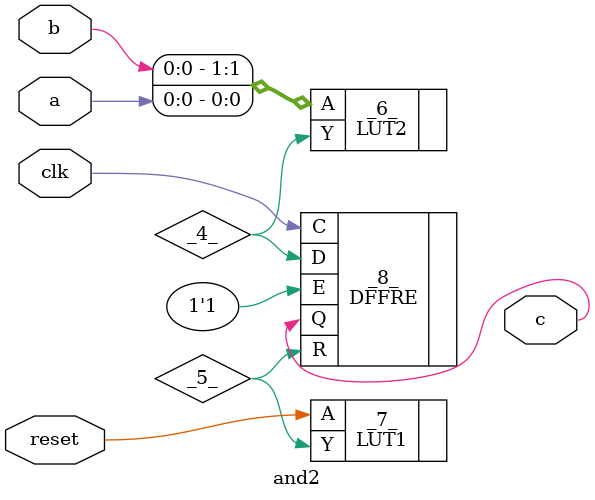
<source format=v>
/* Generated by Yosys 0.18+10 (git sha1 9ae216287, gcc 11.1.0-1ubuntu1~20.04 -fPIC -Os) */

module and2(a, b, c, clk, reset);
  input a;
  input b;
  output c;
  input clk;
  input reset;
  (* src = "/nfs_scratch/scratch/eda/behzad/gg/yosys_verific_rs/yosys/install/bin/../share/yosys/rapidsilicon/genesis3/lut_map.v:12.23-12.24" *)
  wire [1:0] _0_;
  (* src = "/nfs_scratch/scratch/eda/behzad/gg/yosys_verific_rs/yosys/install/bin/../share/yosys/rapidsilicon/genesis3/lut_map.v:13.13-13.14" *)
  wire _1_;
  (* src = "/nfs_scratch/scratch/eda/behzad/gg/yosys_verific_rs/yosys/install/bin/../share/yosys/rapidsilicon/genesis3/lut_map.v:12.23-12.24" *)
  wire _2_;
  (* src = "/nfs_scratch/scratch/eda/behzad/gg/yosys_verific_rs/yosys/install/bin/../share/yosys/rapidsilicon/genesis3/lut_map.v:13.13-13.14" *)
  wire _3_;
  wire _4_;
  (* src = "/nfs_scratch/scratch/eda/behzad/gg/yosys_verific_rs/yosys/install/bin/../share/yosys/rapidsilicon/genesis3/ffs_map.v:19.64-19.66" *)
  wire _5_;
  (* src = "./rtl/and2.v:14.12-14.13" *)
  (* src = "./rtl/and2.v:14.12-14.13" *)
  wire a;
  (* src = "./rtl/and2.v:15.12-15.13" *)
  (* src = "./rtl/and2.v:15.12-15.13" *)
  wire b;
  (* keep = 32'h00000001 *)
  (* src = "./rtl/and2.v:18.8-18.9" *)
  (* keep = 32'h00000001 *)
  (* src = "./rtl/and2.v:18.8-18.9" *)
  wire c;
  (* src = "./rtl/and2.v:16.12-16.15" *)
  (* src = "./rtl/and2.v:16.12-16.15" *)
  wire clk;
  (* src = "./rtl/and2.v:17.12-17.17" *)
  (* src = "./rtl/and2.v:17.12-17.17" *)
  wire reset;
  (* module_not_derived = 32'h00000001 *)
  (* src = "/nfs_scratch/scratch/eda/behzad/gg/yosys_verific_rs/yosys/install/bin/../share/yosys/rapidsilicon/genesis3/lut_map.v:21.38-21.69" *)
  LUT2 #(
    .INIT_VALUE(4'h8)
  ) _6_ (
    .Y(_4_),
    .A({ b, a })
  );
  (* module_not_derived = 32'h00000001 *)
  (* src = "/nfs_scratch/scratch/eda/behzad/gg/yosys_verific_rs/yosys/install/bin/../share/yosys/rapidsilicon/genesis3/lut_map.v:17.38-17.69" *)
  LUT1 #(
    .INIT_VALUE(2'h1)
  ) _7_ (
    .Y(_5_),
    .A(reset)
  );
  (* module_not_derived = 32'h00000001 *)
  (* src = "/nfs_scratch/scratch/eda/behzad/gg/yosys_verific_rs/yosys/install/bin/../share/yosys/rapidsilicon/genesis3/ffs_map.v:19.11-19.68" *)
  DFFRE _8_ (
    .C(clk),
    .D(_4_),
    .E(1'h1),
    .Q(c),
    .R(_5_)
  );
endmodule

</source>
